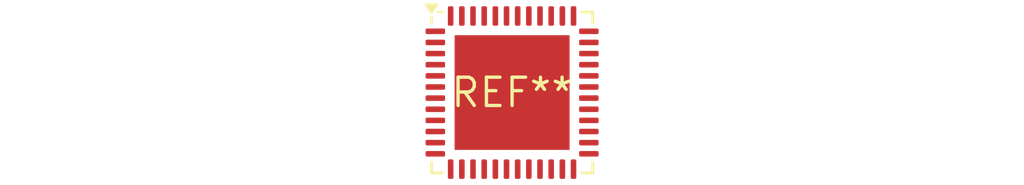
<source format=kicad_pcb>
(kicad_pcb (version 20240108) (generator pcbnew)
  (layers (0 "F.Cu" signal) (31 "B.Cu" signal) (34 "B.Paste" user) (35 "F.Paste" user) (36 "B.SilkS" user "B.Silkscreen") (37 "F.SilkS" user "F.Silkscreen") (38 "B.Mask" user) (39 "F.Mask" user) (44 "Edge.Cuts" user))
  (net 0 "")
  (footprint "QFN-48-1EP_7x7mm_P0.5mm_EP5.15x5.15mm" (layer "F.Cu") (at 0 0)
    (property "Reference" "REF**")
    (property "Value" "QFN-48-1EP_7x7mm_P0.5mm_EP5.15x5.15mm")
    (fp_line (start -3.61 -3.135) (end -3.61 -3.37) (layer "F.SilkS") (stroke (width 0.12)))
    (fp_line (start -3.61 3.61) (end -3.61 3.135) (layer "F.SilkS") (stroke (width 0.12)))
    (fp_line (start -3.135 -3.61) (end -3.31 -3.61) (layer "F.SilkS") (stroke (width 0.12)))
    (fp_line (start -3.135 3.61) (end -3.61 3.61) (layer "F.SilkS") (stroke (width 0.12)))
    (fp_line (start 3.135 -3.61) (end 3.61 -3.61) (layer "F.SilkS") (stroke (width 0.12)))
    (fp_line (start 3.135 3.61) (end 3.61 3.61) (layer "F.SilkS") (stroke (width 0.12)))
    (fp_line (start 3.61 -3.61) (end 3.61 -3.135) (layer "F.SilkS") (stroke (width 0.12)))
    (fp_line (start 3.61 3.61) (end 3.61 3.135) (layer "F.SilkS") (stroke (width 0.12)))
    (fp_poly (pts (xy -3.61 -3.61) (xy -3.85 -3.94) (xy -3.37 -3.94) (xy -3.61 -3.61)) (layer "F.SilkS") (stroke (width 0.12)) (fill solid))
    (pad "1" smd roundrect (at -3.4375 -2.75) (size 0.875 0.25) (layers "F.Cu" "F.Paste" "F.Mask"))
    (pad "2" smd roundrect (at -3.4375 -2.25) (size 0.875 0.25) (layers "F.Cu" "F.Paste" "F.Mask"))
    (pad "3" smd roundrect (at -3.4375 -1.75) (size 0.875 0.25) (layers "F.Cu" "F.Paste" "F.Mask"))
    (pad "4" smd roundrect (at -3.4375 -1.25) (size 0.875 0.25) (layers "F.Cu" "F.Paste" "F.Mask"))
    (pad "5" smd roundrect (at -3.4375 -0.75) (size 0.875 0.25) (layers "F.Cu" "F.Paste" "F.Mask"))
    (pad "6" smd roundrect (at -3.4375 -0.25) (size 0.875 0.25) (layers "F.Cu" "F.Paste" "F.Mask"))
    (pad "7" smd roundrect (at -3.4375 0.25) (size 0.875 0.25) (layers "F.Cu" "F.Paste" "F.Mask"))
    (pad "8" smd roundrect (at -3.4375 0.75) (size 0.875 0.25) (layers "F.Cu" "F.Paste" "F.Mask"))
    (pad "9" smd roundrect (at -3.4375 1.25) (size 0.875 0.25) (layers "F.Cu" "F.Paste" "F.Mask"))
    (pad "10" smd roundrect (at -3.4375 1.75) (size 0.875 0.25) (layers "F.Cu" "F.Paste" "F.Mask"))
    (pad "11" smd roundrect (at -3.4375 2.25) (size 0.875 0.25) (layers "F.Cu" "F.Paste" "F.Mask"))
    (pad "12" smd roundrect (at -3.4375 2.75) (size 0.875 0.25) (layers "F.Cu" "F.Paste" "F.Mask"))
    (pad "13" smd roundrect (at -2.75 3.4375) (size 0.25 0.875) (layers "F.Cu" "F.Paste" "F.Mask"))
    (pad "14" smd roundrect (at -2.25 3.4375) (size 0.25 0.875) (layers "F.Cu" "F.Paste" "F.Mask"))
    (pad "15" smd roundrect (at -1.75 3.4375) (size 0.25 0.875) (layers "F.Cu" "F.Paste" "F.Mask"))
    (pad "16" smd roundrect (at -1.25 3.4375) (size 0.25 0.875) (layers "F.Cu" "F.Paste" "F.Mask"))
    (pad "17" smd roundrect (at -0.75 3.4375) (size 0.25 0.875) (layers "F.Cu" "F.Paste" "F.Mask"))
    (pad "18" smd roundrect (at -0.25 3.4375) (size 0.25 0.875) (layers "F.Cu" "F.Paste" "F.Mask"))
    (pad "19" smd roundrect (at 0.25 3.4375) (size 0.25 0.875) (layers "F.Cu" "F.Paste" "F.Mask"))
    (pad "20" smd roundrect (at 0.75 3.4375) (size 0.25 0.875) (layers "F.Cu" "F.Paste" "F.Mask"))
    (pad "21" smd roundrect (at 1.25 3.4375) (size 0.25 0.875) (layers "F.Cu" "F.Paste" "F.Mask"))
    (pad "22" smd roundrect (at 1.75 3.4375) (size 0.25 0.875) (layers "F.Cu" "F.Paste" "F.Mask"))
    (pad "23" smd roundrect (at 2.25 3.4375) (size 0.25 0.875) (layers "F.Cu" "F.Paste" "F.Mask"))
    (pad "24" smd roundrect (at 2.75 3.4375) (size 0.25 0.875) (layers "F.Cu" "F.Paste" "F.Mask"))
    (pad "25" smd roundrect (at 3.4375 2.75) (size 0.875 0.25) (layers "F.Cu" "F.Paste" "F.Mask"))
    (pad "26" smd roundrect (at 3.4375 2.25) (size 0.875 0.25) (layers "F.Cu" "F.Paste" "F.Mask"))
    (pad "27" smd roundrect (at 3.4375 1.75) (size 0.875 0.25) (layers "F.Cu" "F.Paste" "F.Mask"))
    (pad "28" smd roundrect (at 3.4375 1.25) (size 0.875 0.25) (layers "F.Cu" "F.Paste" "F.Mask"))
    (pad "29" smd roundrect (at 3.4375 0.75) (size 0.875 0.25) (layers "F.Cu" "F.Paste" "F.Mask"))
    (pad "30" smd roundrect (at 3.4375 0.25) (size 0.875 0.25) (layers "F.Cu" "F.Paste" "F.Mask"))
    (pad "31" smd roundrect (at 3.4375 -0.25) (size 0.875 0.25) (layers "F.Cu" "F.Paste" "F.Mask"))
    (pad "32" smd roundrect (at 3.4375 -0.75) (size 0.875 0.25) (layers "F.Cu" "F.Paste" "F.Mask"))
    (pad "33" smd roundrect (at 3.4375 -1.25) (size 0.875 0.25) (layers "F.Cu" "F.Paste" "F.Mask"))
    (pad "34" smd roundrect (at 3.4375 -1.75) (size 0.875 0.25) (layers "F.Cu" "F.Paste" "F.Mask"))
    (pad "35" smd roundrect (at 3.4375 -2.25) (size 0.875 0.25) (layers "F.Cu" "F.Paste" "F.Mask"))
    (pad "36" smd roundrect (at 3.4375 -2.75) (size 0.875 0.25) (layers "F.Cu" "F.Paste" "F.Mask"))
    (pad "37" smd roundrect (at 2.75 -3.4375) (size 0.25 0.875) (layers "F.Cu" "F.Paste" "F.Mask"))
    (pad "38" smd roundrect (at 2.25 -3.4375) (size 0.25 0.875) (layers "F.Cu" "F.Paste" "F.Mask"))
    (pad "39" smd roundrect (at 1.75 -3.4375) (size 0.25 0.875) (layers "F.Cu" "F.Paste" "F.Mask"))
    (pad "40" smd roundrect (at 1.25 -3.4375) (size 0.25 0.875) (layers "F.Cu" "F.Paste" "F.Mask"))
    (pad "41" smd roundrect (at 0.75 -3.4375) (size 0.25 0.875) (layers "F.Cu" "F.Paste" "F.Mask"))
    (pad "42" smd roundrect (at 0.25 -3.4375) (size 0.25 0.875) (layers "F.Cu" "F.Paste" "F.Mask"))
    (pad "43" smd roundrect (at -0.25 -3.4375) (size 0.25 0.875) (layers "F.Cu" "F.Paste" "F.Mask"))
    (pad "44" smd roundrect (at -0.75 -3.4375) (size 0.25 0.875) (layers "F.Cu" "F.Paste" "F.Mask"))
    (pad "45" smd roundrect (at -1.25 -3.4375) (size 0.25 0.875) (layers "F.Cu" "F.Paste" "F.Mask"))
    (pad "46" smd roundrect (at -1.75 -3.4375) (size 0.25 0.875) (layers "F.Cu" "F.Paste" "F.Mask"))
    (pad "47" smd roundrect (at -2.25 -3.4375) (size 0.25 0.875) (layers "F.Cu" "F.Paste" "F.Mask"))
    (pad "48" smd roundrect (at -2.75 -3.4375) (size 0.25 0.875) (layers "F.Cu" "F.Paste" "F.Mask"))
    (pad "49" smd rect (at 0 0) (size 5.15 5.15) (property pad_prop_heatsink) (layers "F.Cu" "F.Mask"))
  )
)
</source>
